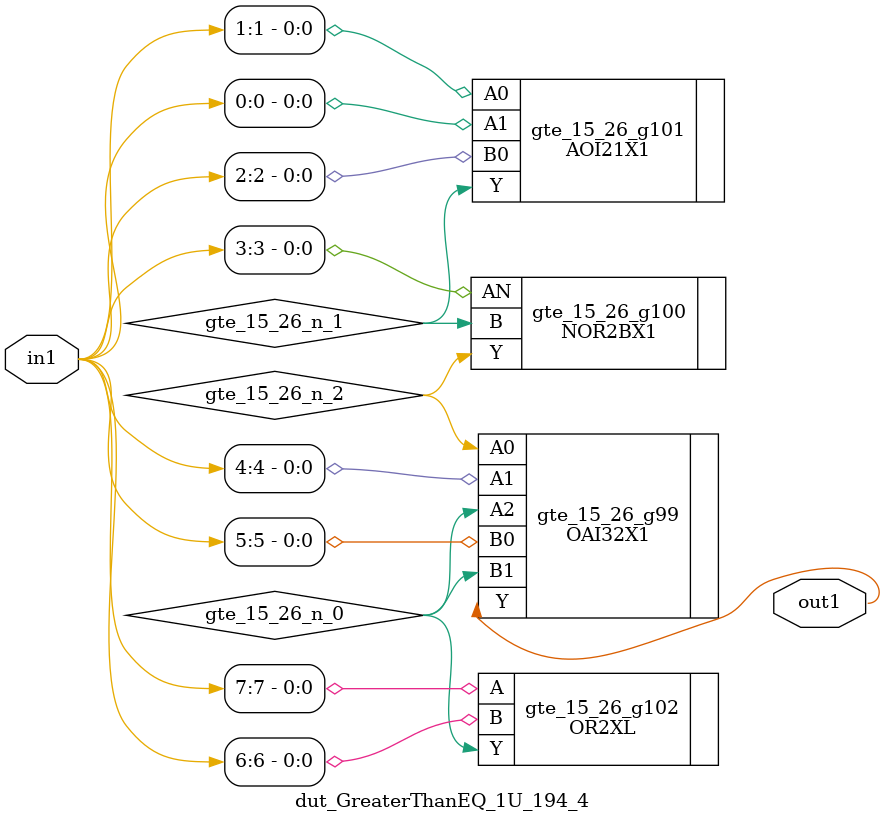
<source format=v>
`timescale 1ps / 1ps


module dut_GreaterThanEQ_1U_194_4(in1, out1);
  input [7:0] in1;
  output out1;
  wire [7:0] in1;
  wire out1;
  wire gte_15_26_n_0, gte_15_26_n_1, gte_15_26_n_2;
  OAI32X1 gte_15_26_g99(.A0 (gte_15_26_n_2), .A1 (in1[4]), .A2
       (gte_15_26_n_0), .B0 (in1[5]), .B1 (gte_15_26_n_0), .Y (out1));
  NOR2BX1 gte_15_26_g100(.AN (in1[3]), .B (gte_15_26_n_1), .Y
       (gte_15_26_n_2));
  AOI21X1 gte_15_26_g101(.A0 (in1[1]), .A1 (in1[0]), .B0 (in1[2]), .Y
       (gte_15_26_n_1));
  OR2XL gte_15_26_g102(.A (in1[7]), .B (in1[6]), .Y (gte_15_26_n_0));
endmodule



</source>
